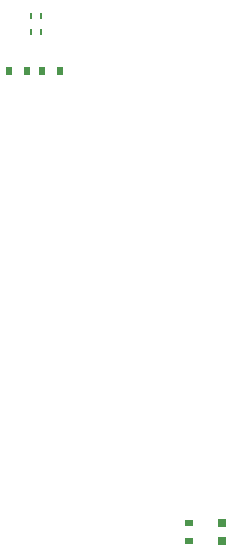
<source format=gbr>
G04 --- HEADER BEGIN --- *
G04 #@! TF.GenerationSoftware,LibrePCB,LibrePCB,1.0.0*
G04 #@! TF.CreationDate,2024-10-09T11:39:01*
G04 #@! TF.ProjectId,OSm Thermal,b11a65fa-6c4c-431c-8545-341aca355aaf,v1.11*
G04 #@! TF.Part,Single*
G04 #@! TF.SameCoordinates*
G04 #@! TF.FileFunction,Paste,Top*
G04 #@! TF.FilePolarity,Positive*
%FSLAX66Y66*%
%MOMM*%
G01*
G75*
G04 --- HEADER END --- *
G04 --- APERTURE LIST BEGIN --- *
%ADD10R,0.65X0.6*%
%ADD11R,0.6X0.65*%
%AMROUNDEDRECT12*20,1,0.24,-0.175,0.0,0.175,0.0,90.0*20,1,0.15,-0.22,0.0,0.22,0.0,90.0*1,1,0.09,-0.075,-0.175*1,1,0.09,-0.075,0.175*1,1,0.09,0.075,0.175*1,1,0.09,0.075,-0.175*%
%ADD12ROUNDEDRECT12*%
%ADD13R,0.64X0.69*%
G04 --- APERTURE LIST END --- *
G04 --- BOARD BEGIN --- *
D10*
G04 #@! TO.C,R2*
X28500000Y-47025000D03*
X28500000Y-45475000D03*
D11*
G04 #@! TO.C,R13*
X15975000Y-7250000D03*
X17525000Y-7250000D03*
D12*
G04 #@! TO.C,U2*
X15100000Y-2550000D03*
X15100000Y-3950000D03*
X15900000Y-3950000D03*
X15900000Y-2550000D03*
D11*
G04 #@! TO.C,R12*
X14775000Y-7250000D03*
X13225000Y-7250000D03*
D13*
G04 #@! TO.C,C11*
X31250000Y-46975000D03*
X31250000Y-45525000D03*
G04 --- BOARD END --- *
G04 #@! TF.MD5,02c963ce44e35c050a350b721277fb8b*
M02*

</source>
